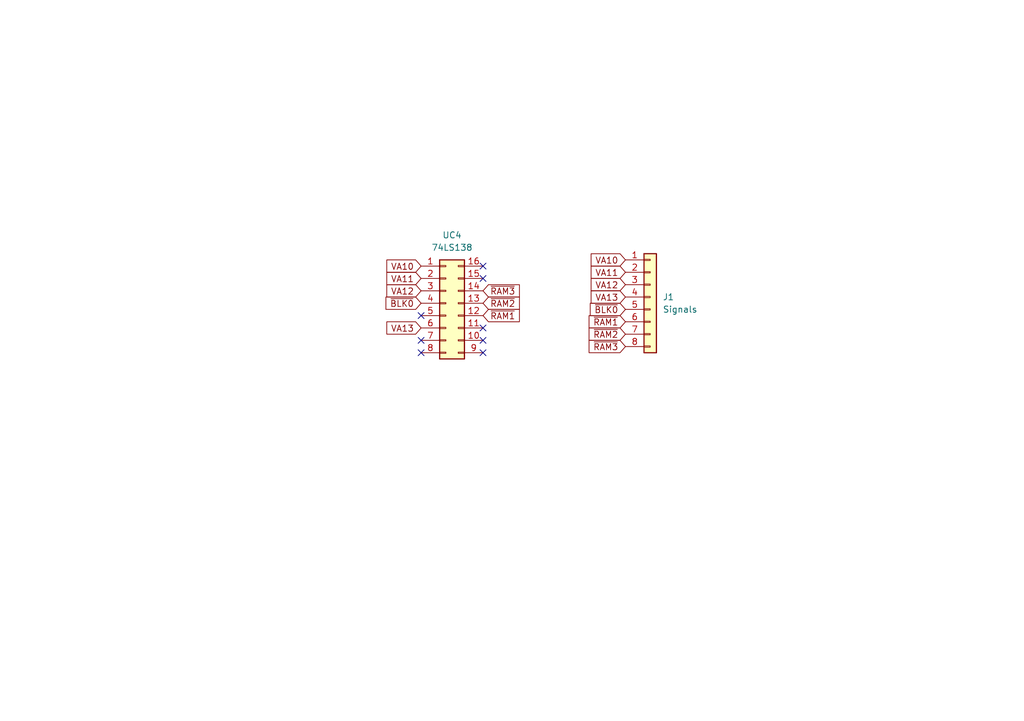
<source format=kicad_sch>
(kicad_sch (version 20250114) (generator "eeschema") (generator_version "9.0")
  (paper "A5")
  (title_block (title "Commodore VIC-20 BLK0 RAM Expansion, Daughterboard") (date "12-May-2025") (rev "A") (company "Brett Hallen") (comment 1 "www.youtube.com/@Brfff"))
  (lib_symbols
    (symbol "Connector_Generic:Conn_01x08" (pin_names (offset 1.016) (hide yes))
      (property "Reference" "J" (at 0 10.16 0))
      (property "Value" "Conn_01x08" (at 0 -12.7 0))
      (symbol "Conn_01x08_1_1"
        (rectangle (start -1.27 8.89) (end 1.27 -11.43) (stroke (width 0.254)) (fill (type background)))
        (rectangle (start -1.27 7.747) (end 0 7.493) (stroke (width 0.1524)))
        (rectangle (start -1.27 5.207) (end 0 4.953) (stroke (width 0.1524)))
        (rectangle (start -1.27 2.667) (end 0 2.413) (stroke (width 0.1524)))
        (rectangle (start -1.27 0.127) (end 0 -0.127) (stroke (width 0.1524)))
        (rectangle (start -1.27 -2.413) (end 0 -2.667) (stroke (width 0.1524)))
        (rectangle (start -1.27 -4.953) (end 0 -5.207) (stroke (width 0.1524)))
        (rectangle (start -1.27 -7.493) (end 0 -7.747) (stroke (width 0.1524)))
        (rectangle (start -1.27 -10.033) (end 0 -10.287) (stroke (width 0.1524)))
        (pin passive line (at -5.08 7.62 0) (length 3.81) (name "Pin_1") (number "1"))
        (pin passive line (at -5.08 5.08 0) (length 3.81) (name "Pin_2") (number "2"))
        (pin passive line (at -5.08 2.54 0) (length 3.81) (name "Pin_3") (number "3"))
        (pin passive line (at -5.08 0 0) (length 3.81) (name "Pin_4") (number "4"))
        (pin passive line (at -5.08 -2.54 0) (length 3.81) (name "Pin_5") (number "5"))
        (pin passive line (at -5.08 -5.08 0) (length 3.81) (name "Pin_6") (number "6"))
        (pin passive line (at -5.08 -7.62 0) (length 3.81) (name "Pin_7") (number "7"))
        (pin passive line (at -5.08 -10.16 0) (length 3.81) (name "Pin_8") (number "8"))
      )
    )
    (symbol "Connector_Generic:Conn_02x08_Counter_Clockwise" (pin_names (offset 1.016) (hide yes))
      (property "Reference" "J" (at 1.27 10.16 0))
      (property "Value" "Conn_02x08_Counter_Clockwise" (at 1.27 -12.7 0))
      (symbol "Conn_02x08_Counter_Clockwise_1_1"
        (rectangle (start -1.27 8.89) (end 3.81 -11.43) (stroke (width 0.254)) (fill (type background)))
        (rectangle (start -1.27 7.747) (end 0 7.493) (stroke (width 0.1524)))
        (rectangle (start -1.27 5.207) (end 0 4.953) (stroke (width 0.1524)))
        (rectangle (start -1.27 2.667) (end 0 2.413) (stroke (width 0.1524)))
        (rectangle (start -1.27 0.127) (end 0 -0.127) (stroke (width 0.1524)))
        (rectangle (start -1.27 -2.413) (end 0 -2.667) (stroke (width 0.1524)))
        (rectangle (start -1.27 -4.953) (end 0 -5.207) (stroke (width 0.1524)))
        (rectangle (start -1.27 -7.493) (end 0 -7.747) (stroke (width 0.1524)))
        (rectangle (start -1.27 -10.033) (end 0 -10.287) (stroke (width 0.1524)))
        (rectangle (start 3.81 7.747) (end 2.54 7.493) (stroke (width 0.1524)))
        (rectangle (start 3.81 5.207) (end 2.54 4.953) (stroke (width 0.1524)))
        (rectangle (start 3.81 2.667) (end 2.54 2.413) (stroke (width 0.1524)))
        (rectangle (start 3.81 0.127) (end 2.54 -0.127) (stroke (width 0.1524)))
        (rectangle (start 3.81 -2.413) (end 2.54 -2.667) (stroke (width 0.1524)))
        (rectangle (start 3.81 -4.953) (end 2.54 -5.207) (stroke (width 0.1524)))
        (rectangle (start 3.81 -7.493) (end 2.54 -7.747) (stroke (width 0.1524)))
        (rectangle (start 3.81 -10.033) (end 2.54 -10.287) (stroke (width 0.1524)))
        (pin passive line (at -5.08 7.62 0) (length 3.81) (name "Pin_1") (number "1"))
        (pin passive line (at -5.08 5.08 0) (length 3.81) (name "Pin_2") (number "2"))
        (pin passive line (at -5.08 2.54 0) (length 3.81) (name "Pin_3") (number "3"))
        (pin passive line (at -5.08 0 0) (length 3.81) (name "Pin_4") (number "4"))
        (pin passive line (at -5.08 -2.54 0) (length 3.81) (name "Pin_5") (number "5"))
        (pin passive line (at -5.08 -5.08 0) (length 3.81) (name "Pin_6") (number "6"))
        (pin passive line (at -5.08 -7.62 0) (length 3.81) (name "Pin_7") (number "7"))
        (pin passive line (at -5.08 -10.16 0) (length 3.81) (name "Pin_8") (number "8"))
        (pin passive line (at 7.62 7.62 180) (length 3.81) (name "Pin_16") (number "16"))
        (pin passive line (at 7.62 5.08 180) (length 3.81) (name "Pin_15") (number "15"))
        (pin passive line (at 7.62 2.54 180) (length 3.81) (name "Pin_14") (number "14"))
        (pin passive line (at 7.62 0 180) (length 3.81) (name "Pin_13") (number "13"))
        (pin passive line (at 7.62 -2.54 180) (length 3.81) (name "Pin_12") (number "12"))
        (pin passive line (at 7.62 -5.08 180) (length 3.81) (name "Pin_11") (number "11"))
        (pin passive line (at 7.62 -7.62 180) (length 3.81) (name "Pin_10") (number "10"))
        (pin passive line (at 7.62 -10.16 180) (length 3.81) (name "Pin_9") (number "9"))
      )
    )
  )
  (no_connect (at 99.06 67.31))
  (no_connect (at 99.06 69.85))
  (no_connect (at 86.36 69.85))
  (no_connect (at 99.06 54.61))
  (no_connect (at 99.06 72.39))
  (no_connect (at 99.06 57.15))
  (no_connect (at 86.36 64.77))
  (no_connect (at 86.36 72.39))
  (global_label "VA10" (shape input) (at 86.36 54.61 180) (property "Intersheetrefs" "${INTERSHEET_REFS}" (effects (hide yes))))
  (global_label "VA11" (shape input) (at 128.27 55.88 180) (property "Intersheetrefs" "${INTERSHEET_REFS}" (effects (hide yes))))
  (global_label "~{RAM2}" (shape input) (at 99.06 62.23 0) (property "Intersheetrefs" "${INTERSHEET_REFS}" (effects (hide yes))))
  (global_label "VA12" (shape input) (at 86.36 59.69 180) (property "Intersheetrefs" "${INTERSHEET_REFS}" (effects (hide yes))))
  (global_label "~{BLK0}" (shape input) (at 128.27 63.5 180) (property "Intersheetrefs" "${INTERSHEET_REFS}" (effects (hide yes))))
  (global_label "~{RAM2}" (shape input) (at 128.27 68.58 180) (property "Intersheetrefs" "${INTERSHEET_REFS}" (effects (hide yes))))
  (global_label "VA12" (shape input) (at 128.27 58.42 180) (property "Intersheetrefs" "${INTERSHEET_REFS}" (effects (hide yes))))
  (global_label "VA10" (shape input) (at 128.27 53.34 180) (property "Intersheetrefs" "${INTERSHEET_REFS}" (effects (hide yes))))
  (global_label "~{RAM3}" (shape input) (at 99.06 59.69 0) (property "Intersheetrefs" "${INTERSHEET_REFS}" (effects (hide yes))))
  (global_label "VA11" (shape input) (at 86.36 57.15 180) (property "Intersheetrefs" "${INTERSHEET_REFS}" (effects (hide yes))))
  (global_label "~{RAM1}" (shape input) (at 99.06 64.77 0) (property "Intersheetrefs" "${INTERSHEET_REFS}" (effects (hide yes))))
  (global_label "VA13" (shape input) (at 86.36 67.31 180) (property "Intersheetrefs" "${INTERSHEET_REFS}" (effects (hide yes))))
  (global_label "VA13" (shape input) (at 128.27 60.96 180) (property "Intersheetrefs" "${INTERSHEET_REFS}" (effects (hide yes))))
  (global_label "~{RAM1}" (shape input) (at 128.27 66.04 180) (property "Intersheetrefs" "${INTERSHEET_REFS}" (effects (hide yes))))
  (global_label "~{BLK0}" (shape input) (at 86.36 62.23 180) (property "Intersheetrefs" "${INTERSHEET_REFS}" (effects (hide yes))))
  (global_label "~{RAM3}" (shape input) (at 128.27 71.12 180) (property "Intersheetrefs" "${INTERSHEET_REFS}" (effects (hide yes))))
  (symbol (lib_id "Connector_Generic:Conn_02x08_Counter_Clockwise") (at 91.44 62.23 0) (unit 1)
    (property "Reference" "UC4" (at 92.71 48.26 0))
    (property "Value" "74LS138" (at 92.71 50.8 0))
    (property "Footprint" "Package_DIP:DIP-16_W7.62mm" (effects (hide yes)))
    (property "Description" "Generic connector, double row, 02x08, counter clockwise pin numbering scheme (similar to DIP package numbering), script generated (kicad-library-utils/schlib/autogen/connector/)" (effects (hide yes)))
  )
  (symbol (lib_id "Connector_Generic:Conn_01x08") (at 133.35 60.96 0) (unit 1)
    (property "Reference" "J1" (at 135.89 60.9599 0) (effects (justify left)))
    (property "Value" "Signals" (at 135.89 63.4999 0) (effects (justify left)))
    (property "Footprint" "Connector_PinHeader_2.54mm:PinHeader_1x08_P2.54mm_Vertical" (effects (hide yes)))
    (property "Description" "Generic connector, single row, 01x08, script generated (kicad-library-utils/schlib/autogen/connector/)" (effects (hide yes)))
  )
)
</source>
